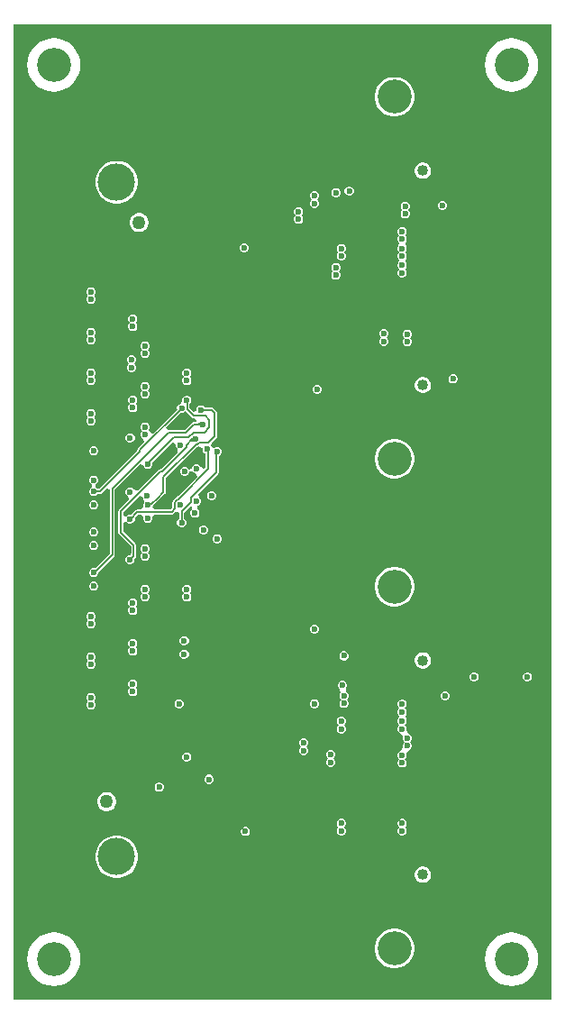
<source format=gbr>
%TF.GenerationSoftware,Altium Limited,Altium Designer,21.5.1 (32)*%
G04 Layer_Physical_Order=2*
G04 Layer_Color=5220458*
%FSLAX45Y45*%
%MOMM*%
%TF.SameCoordinates,51D5493F-A844-4614-94AE-4B196E198A34*%
%TF.FilePolarity,Positive*%
%TF.FileFunction,Copper,L2,Inr,Signal*%
%TF.Part,Single*%
G01*
G75*
%TA.AperFunction,Conductor*%
%ADD22C,0.20000*%
%TA.AperFunction,WasherPad*%
%ADD25C,3.50000*%
%TA.AperFunction,ComponentPad*%
%ADD26C,1.27000*%
%ADD27C,3.19989*%
%ADD28C,1.02006*%
%ADD29C,3.20000*%
%TA.AperFunction,ViaPad*%
%ADD30C,0.60000*%
G36*
X5079609Y20391D02*
X20391D01*
Y9179609D01*
X5079609D01*
Y20391D01*
D02*
G37*
%LPC*%
G36*
X4700000Y9051209D02*
X4650991Y9046382D01*
X4603866Y9032087D01*
X4560435Y9008873D01*
X4522368Y8977632D01*
X4491127Y8939565D01*
X4467913Y8896134D01*
X4453617Y8849008D01*
X4448790Y8800000D01*
X4453617Y8750991D01*
X4467913Y8703866D01*
X4491127Y8660435D01*
X4522368Y8622368D01*
X4560435Y8591127D01*
X4603866Y8567913D01*
X4650991Y8553617D01*
X4700000Y8548790D01*
X4749009Y8553617D01*
X4796134Y8567913D01*
X4839565Y8591127D01*
X4877632Y8622368D01*
X4908873Y8660435D01*
X4932087Y8703866D01*
X4946383Y8750991D01*
X4951210Y8800000D01*
X4946383Y8849008D01*
X4932087Y8896134D01*
X4908873Y8939565D01*
X4877632Y8977632D01*
X4839565Y9008873D01*
X4796134Y9032087D01*
X4749009Y9046382D01*
X4700000Y9051209D01*
D02*
G37*
G36*
X400000D02*
X350991Y9046382D01*
X303866Y9032087D01*
X260435Y9008873D01*
X222368Y8977632D01*
X191127Y8939565D01*
X167913Y8896134D01*
X153617Y8849008D01*
X148790Y8800000D01*
X153617Y8750991D01*
X167913Y8703866D01*
X191127Y8660435D01*
X222368Y8622368D01*
X260435Y8591127D01*
X303866Y8567913D01*
X350991Y8553617D01*
X400000Y8548790D01*
X449008Y8553617D01*
X496134Y8567913D01*
X539565Y8591127D01*
X577632Y8622368D01*
X608873Y8660435D01*
X632087Y8703866D01*
X646383Y8750991D01*
X651210Y8800000D01*
X646383Y8849008D01*
X632087Y8896134D01*
X608873Y8939565D01*
X577632Y8977632D01*
X539565Y9008873D01*
X496134Y9032087D01*
X449008Y9046382D01*
X400000Y9051209D01*
D02*
G37*
G36*
X3618220Y8684995D02*
X3581779D01*
X3546039Y8677885D01*
X3512372Y8663940D01*
X3482073Y8643695D01*
X3456305Y8617927D01*
X3436060Y8587628D01*
X3422115Y8553961D01*
X3415005Y8518220D01*
Y8481780D01*
X3422115Y8446039D01*
X3436060Y8412372D01*
X3456305Y8382073D01*
X3482073Y8356305D01*
X3512372Y8336060D01*
X3546039Y8322115D01*
X3581779Y8315005D01*
X3618220D01*
X3653961Y8322115D01*
X3687628Y8336060D01*
X3717927Y8356305D01*
X3743695Y8382073D01*
X3763940Y8412372D01*
X3777885Y8446039D01*
X3784994Y8481780D01*
Y8518220D01*
X3777885Y8553961D01*
X3763940Y8587628D01*
X3743695Y8617927D01*
X3717927Y8643695D01*
X3687628Y8663940D01*
X3653961Y8677885D01*
X3618220Y8684995D01*
D02*
G37*
G36*
X3876503Y7882504D02*
X3856491D01*
X3837160Y7877324D01*
X3819830Y7867318D01*
X3805679Y7853167D01*
X3795673Y7835837D01*
X3790494Y7816507D01*
Y7796494D01*
X3795673Y7777164D01*
X3805679Y7759834D01*
X3819830Y7745683D01*
X3837160Y7735677D01*
X3856491Y7730497D01*
X3876503D01*
X3895833Y7735677D01*
X3913164Y7745683D01*
X3927314Y7759834D01*
X3937320Y7777164D01*
X3942500Y7796494D01*
Y7816507D01*
X3937320Y7835837D01*
X3927314Y7853167D01*
X3913164Y7867318D01*
X3895833Y7877324D01*
X3876503Y7882504D01*
D02*
G37*
G36*
X3183501Y7658548D02*
X3166514D01*
X3150820Y7652047D01*
X3138808Y7640035D01*
X3132307Y7624341D01*
Y7607354D01*
X3138808Y7591660D01*
X3150820Y7579649D01*
X3166514Y7573148D01*
X3183501D01*
X3199195Y7579649D01*
X3211206Y7591660D01*
X3217707Y7607354D01*
Y7624341D01*
X3211206Y7640035D01*
X3199195Y7652047D01*
X3183501Y7658548D01*
D02*
G37*
G36*
X3058494Y7642700D02*
X3041506D01*
X3025813Y7636199D01*
X3013801Y7624187D01*
X3007300Y7608494D01*
Y7591507D01*
X3013801Y7575813D01*
X3025813Y7563801D01*
X3041506Y7557300D01*
X3058494D01*
X3074187Y7563801D01*
X3086199Y7575813D01*
X3092700Y7591507D01*
Y7608494D01*
X3086199Y7624187D01*
X3074187Y7636199D01*
X3058494Y7642700D01*
D02*
G37*
G36*
X1009698Y7898000D02*
X970302D01*
X931662Y7890314D01*
X895265Y7875238D01*
X862508Y7853350D01*
X834650Y7825493D01*
X812762Y7792735D01*
X797686Y7756338D01*
X790000Y7717698D01*
Y7678302D01*
X797686Y7639662D01*
X812762Y7603265D01*
X834650Y7570508D01*
X862508Y7542650D01*
X895265Y7520762D01*
X931662Y7505686D01*
X970302Y7498000D01*
X1009698D01*
X1048338Y7505686D01*
X1084735Y7520762D01*
X1117493Y7542650D01*
X1145350Y7570508D01*
X1167238Y7603265D01*
X1182314Y7639662D01*
X1190000Y7678302D01*
Y7717698D01*
X1182314Y7756338D01*
X1167238Y7792735D01*
X1145350Y7825493D01*
X1117493Y7853350D01*
X1084735Y7875238D01*
X1048338Y7890314D01*
X1009698Y7898000D01*
D02*
G37*
G36*
X2858493Y7615400D02*
X2841506D01*
X2825812Y7608899D01*
X2813801Y7596887D01*
X2807300Y7581193D01*
Y7564206D01*
X2813801Y7548512D01*
X2825665Y7536350D01*
X2813801Y7524187D01*
X2807300Y7508493D01*
Y7491506D01*
X2813801Y7475813D01*
X2825812Y7463801D01*
X2841506Y7457300D01*
X2858493D01*
X2874187Y7463801D01*
X2886199Y7475813D01*
X2892700Y7491506D01*
Y7508493D01*
X2886199Y7524187D01*
X2874335Y7536350D01*
X2886199Y7548513D01*
X2892700Y7564206D01*
Y7581193D01*
X2886199Y7596887D01*
X2874187Y7608899D01*
X2858493Y7615400D01*
D02*
G37*
G36*
X4059043Y7522709D02*
X4042056D01*
X4026363Y7516208D01*
X4014351Y7504196D01*
X4007850Y7488502D01*
Y7471515D01*
X4014351Y7455822D01*
X4026363Y7443810D01*
X4042056Y7437309D01*
X4059043D01*
X4074737Y7443810D01*
X4086749Y7455822D01*
X4093250Y7471515D01*
Y7488502D01*
X4086749Y7504196D01*
X4074737Y7516208D01*
X4059043Y7522709D01*
D02*
G37*
G36*
X3708493Y7515400D02*
X3691506D01*
X3675813Y7508899D01*
X3663801Y7496887D01*
X3657300Y7481193D01*
Y7464206D01*
X3663801Y7448512D01*
X3675665Y7436350D01*
X3663801Y7424187D01*
X3657300Y7408493D01*
Y7391506D01*
X3663801Y7375813D01*
X3675813Y7363801D01*
X3691506Y7357300D01*
X3708493D01*
X3724187Y7363801D01*
X3736199Y7375813D01*
X3742700Y7391506D01*
Y7408493D01*
X3736199Y7424187D01*
X3724335Y7436350D01*
X3736199Y7448513D01*
X3742700Y7464206D01*
Y7481193D01*
X3736199Y7496887D01*
X3724187Y7508899D01*
X3708493Y7515400D01*
D02*
G37*
G36*
X2708493Y7465400D02*
X2691506D01*
X2675813Y7458899D01*
X2663801Y7446887D01*
X2657300Y7431193D01*
Y7414206D01*
X2663801Y7398513D01*
X2675665Y7386350D01*
X2663801Y7374187D01*
X2657300Y7358494D01*
Y7341507D01*
X2663801Y7325813D01*
X2675813Y7313801D01*
X2691506Y7307300D01*
X2708493D01*
X2724187Y7313801D01*
X2736199Y7325813D01*
X2742700Y7341507D01*
Y7358494D01*
X2736199Y7374187D01*
X2724335Y7386350D01*
X2736199Y7398513D01*
X2742700Y7414206D01*
Y7431193D01*
X2736199Y7446887D01*
X2724187Y7458899D01*
X2708493Y7465400D01*
D02*
G37*
G36*
X1211651Y7407570D02*
X1188349D01*
X1165840Y7401539D01*
X1145660Y7389888D01*
X1129182Y7373410D01*
X1117531Y7353230D01*
X1111500Y7330721D01*
Y7307419D01*
X1117531Y7284910D01*
X1129182Y7264730D01*
X1145660Y7248252D01*
X1165840Y7236601D01*
X1188349Y7230570D01*
X1211651D01*
X1234160Y7236601D01*
X1254340Y7248252D01*
X1270818Y7264730D01*
X1282469Y7284910D01*
X1288500Y7307419D01*
Y7330721D01*
X1282469Y7353230D01*
X1270818Y7373410D01*
X1254340Y7389888D01*
X1234160Y7401539D01*
X1211651Y7407570D01*
D02*
G37*
G36*
X2198493Y7122700D02*
X2181506D01*
X2165813Y7116199D01*
X2153801Y7104187D01*
X2147300Y7088494D01*
Y7071507D01*
X2153801Y7055813D01*
X2165813Y7043801D01*
X2181506Y7037300D01*
X2198493D01*
X2214187Y7043801D01*
X2226199Y7055813D01*
X2232700Y7071507D01*
Y7088494D01*
X2226199Y7104187D01*
X2214187Y7116199D01*
X2198493Y7122700D01*
D02*
G37*
G36*
X3108493Y7119055D02*
X3091506D01*
X3075812Y7112554D01*
X3063801Y7100542D01*
X3057300Y7084848D01*
Y7067861D01*
X3063801Y7052167D01*
X3075665Y7040005D01*
X3063801Y7027842D01*
X3057300Y7012148D01*
Y6995161D01*
X3063801Y6979467D01*
X3075812Y6967456D01*
X3091506Y6960955D01*
X3108493D01*
X3124187Y6967456D01*
X3136199Y6979467D01*
X3142700Y6995161D01*
Y7012148D01*
X3136199Y7027842D01*
X3124335Y7040005D01*
X3136199Y7052168D01*
X3142700Y7067861D01*
Y7084848D01*
X3136199Y7100542D01*
X3124187Y7112554D01*
X3108493Y7119055D01*
D02*
G37*
G36*
X3681517Y7279049D02*
X3664530D01*
X3648836Y7272548D01*
X3636825Y7260537D01*
X3630324Y7244843D01*
Y7227856D01*
X3636825Y7212162D01*
X3648689Y7199999D01*
X3636825Y7187837D01*
X3630324Y7172143D01*
Y7155156D01*
X3636744Y7139658D01*
X3636825Y7139462D01*
X3645511Y7120002D01*
X3636825Y7100542D01*
X3636744Y7100346D01*
X3630324Y7084848D01*
Y7067861D01*
X3636825Y7052167D01*
X3648689Y7040005D01*
X3636825Y7027842D01*
X3630324Y7012148D01*
Y6995161D01*
X3636751Y6979646D01*
X3636825Y6979467D01*
X3645509Y6959995D01*
X3636825Y6940522D01*
X3636751Y6940344D01*
X3630324Y6924828D01*
Y6907841D01*
X3636825Y6892147D01*
X3648689Y6879985D01*
X3636825Y6867822D01*
X3630324Y6852128D01*
Y6835141D01*
X3636825Y6819447D01*
X3648836Y6807436D01*
X3664530Y6800935D01*
X3681517D01*
X3697211Y6807436D01*
X3709223Y6819447D01*
X3715724Y6835141D01*
Y6852128D01*
X3709223Y6867822D01*
X3697359Y6879985D01*
X3709223Y6892148D01*
X3715724Y6907841D01*
Y6924828D01*
X3709297Y6940344D01*
X3709223Y6940522D01*
X3700539Y6959995D01*
X3709223Y6979467D01*
X3709297Y6979645D01*
X3715724Y6995161D01*
Y7012148D01*
X3709223Y7027842D01*
X3697359Y7040005D01*
X3709223Y7052168D01*
X3715724Y7067861D01*
Y7084848D01*
X3709304Y7100346D01*
X3709223Y7100542D01*
X3700536Y7120002D01*
X3709223Y7139462D01*
X3709304Y7139658D01*
X3715724Y7155156D01*
Y7172143D01*
X3709223Y7187837D01*
X3697359Y7199999D01*
X3709223Y7212162D01*
X3715724Y7227856D01*
Y7244843D01*
X3709223Y7260537D01*
X3697211Y7272548D01*
X3681517Y7279049D01*
D02*
G37*
G36*
X3058494Y6940400D02*
X3041506D01*
X3025813Y6933899D01*
X3013801Y6921887D01*
X3007300Y6906193D01*
Y6889206D01*
X3013801Y6873513D01*
X3025665Y6861350D01*
X3013801Y6849187D01*
X3007300Y6833494D01*
Y6816507D01*
X3013801Y6800813D01*
X3025813Y6788801D01*
X3041506Y6782300D01*
X3058494D01*
X3074187Y6788801D01*
X3086199Y6800813D01*
X3092700Y6816507D01*
Y6833494D01*
X3086199Y6849187D01*
X3074335Y6861350D01*
X3086199Y6873513D01*
X3092700Y6889206D01*
Y6906193D01*
X3086199Y6921887D01*
X3074187Y6933899D01*
X3058494Y6940400D01*
D02*
G37*
G36*
X758494Y6711050D02*
X741507D01*
X725813Y6704549D01*
X713801Y6692537D01*
X707300Y6676843D01*
Y6659856D01*
X713801Y6644162D01*
Y6619837D01*
X707300Y6604144D01*
Y6587156D01*
X713801Y6571463D01*
X725813Y6559451D01*
X741507Y6552950D01*
X758494D01*
X774187Y6559451D01*
X786199Y6571463D01*
X792700Y6587156D01*
Y6604144D01*
X786199Y6619837D01*
Y6644162D01*
X792700Y6659856D01*
Y6676843D01*
X786199Y6692537D01*
X774187Y6704549D01*
X758494Y6711050D01*
D02*
G37*
G36*
X1150493Y6457050D02*
X1133506D01*
X1117812Y6450549D01*
X1105801Y6438537D01*
X1099300Y6422843D01*
Y6405856D01*
X1105801Y6390162D01*
X1117665Y6378000D01*
X1105800Y6365837D01*
X1099300Y6350144D01*
Y6333156D01*
X1105801Y6317463D01*
X1117812Y6305451D01*
X1133506Y6298950D01*
X1150493D01*
X1166187Y6305451D01*
X1178199Y6317463D01*
X1184700Y6333156D01*
Y6350144D01*
X1178199Y6365837D01*
X1166335Y6378000D01*
X1178199Y6390163D01*
X1184700Y6405856D01*
Y6422843D01*
X1178199Y6438537D01*
X1166187Y6450549D01*
X1150493Y6457050D01*
D02*
G37*
G36*
X758494Y6330050D02*
X741507D01*
X725813Y6323549D01*
X713801Y6311537D01*
X707300Y6295843D01*
Y6278856D01*
X713801Y6263162D01*
Y6238837D01*
X707300Y6223144D01*
Y6206156D01*
X713801Y6190463D01*
X725813Y6178451D01*
X741507Y6171950D01*
X758494D01*
X774187Y6178451D01*
X786199Y6190463D01*
X792700Y6206156D01*
Y6223144D01*
X786199Y6238837D01*
Y6263162D01*
X792700Y6278856D01*
Y6295843D01*
X786199Y6311537D01*
X774187Y6323549D01*
X758494Y6330050D01*
D02*
G37*
G36*
X3508494Y6319056D02*
X3491507D01*
X3475813Y6312555D01*
X3463801Y6300544D01*
X3457300Y6284850D01*
Y6267863D01*
X3463801Y6252169D01*
X3475665Y6240006D01*
X3463801Y6227844D01*
X3457300Y6212150D01*
Y6195163D01*
X3463801Y6179469D01*
X3475813Y6167457D01*
X3491507Y6160956D01*
X3508494D01*
X3524188Y6167457D01*
X3536199Y6179469D01*
X3542700Y6195163D01*
Y6212150D01*
X3536199Y6227844D01*
X3524335Y6240006D01*
X3536199Y6252169D01*
X3542700Y6267863D01*
Y6284850D01*
X3536199Y6300544D01*
X3524188Y6312555D01*
X3508494Y6319056D01*
D02*
G37*
G36*
X3728277Y6313343D02*
X3711290D01*
X3695596Y6306842D01*
X3683584Y6294831D01*
X3677084Y6279137D01*
Y6262150D01*
X3683584Y6246456D01*
X3695449Y6234293D01*
X3683584Y6222131D01*
X3677084Y6206437D01*
Y6189450D01*
X3683584Y6173756D01*
X3695596Y6161744D01*
X3711290Y6155243D01*
X3728277D01*
X3743971Y6161744D01*
X3755983Y6173756D01*
X3762483Y6189450D01*
Y6206437D01*
X3755983Y6222131D01*
X3744118Y6234293D01*
X3755983Y6246456D01*
X3762483Y6262150D01*
Y6279137D01*
X3755983Y6294831D01*
X3743971Y6306842D01*
X3728277Y6313343D01*
D02*
G37*
G36*
X1266494Y6203050D02*
X1249507D01*
X1233813Y6196549D01*
X1221801Y6184537D01*
X1215300Y6168843D01*
Y6151856D01*
X1221801Y6136162D01*
X1233665Y6124000D01*
X1221801Y6111837D01*
X1215300Y6096144D01*
Y6079156D01*
X1221801Y6063463D01*
X1233813Y6051451D01*
X1249507Y6044950D01*
X1266494D01*
X1282187Y6051451D01*
X1294199Y6063463D01*
X1300700Y6079156D01*
Y6096144D01*
X1294199Y6111837D01*
X1282335Y6124000D01*
X1294199Y6136163D01*
X1300700Y6151856D01*
Y6168843D01*
X1294199Y6184537D01*
X1282187Y6196549D01*
X1266494Y6203050D01*
D02*
G37*
G36*
X1138494Y6072700D02*
X1121507D01*
X1105813Y6066199D01*
X1093801Y6054187D01*
X1087300Y6038493D01*
Y6021506D01*
X1093801Y6005812D01*
X1105665Y5993650D01*
X1093801Y5981487D01*
X1087300Y5965794D01*
Y5948806D01*
X1093801Y5933113D01*
X1105813Y5921101D01*
X1121507Y5914600D01*
X1138494D01*
X1154187Y5921101D01*
X1166199Y5933113D01*
X1172700Y5948806D01*
Y5965794D01*
X1166199Y5981487D01*
X1154335Y5993650D01*
X1166199Y6005813D01*
X1172700Y6021506D01*
Y6038493D01*
X1166199Y6054187D01*
X1154187Y6066199D01*
X1138494Y6072700D01*
D02*
G37*
G36*
X4158494Y5892700D02*
X4141507D01*
X4125813Y5886199D01*
X4113801Y5874187D01*
X4107300Y5858493D01*
Y5841506D01*
X4113801Y5825813D01*
X4125813Y5813801D01*
X4141507Y5807300D01*
X4158494D01*
X4174187Y5813801D01*
X4186199Y5825813D01*
X4192700Y5841506D01*
Y5858493D01*
X4186199Y5874187D01*
X4174187Y5886199D01*
X4158494Y5892700D01*
D02*
G37*
G36*
X1658493Y5949050D02*
X1641506D01*
X1625812Y5942549D01*
X1613801Y5930537D01*
X1607300Y5914843D01*
Y5897856D01*
X1613801Y5882162D01*
X1625665Y5870000D01*
X1613800Y5857837D01*
X1607300Y5842144D01*
Y5825156D01*
X1613801Y5809463D01*
X1625812Y5797451D01*
X1641506Y5790950D01*
X1658493D01*
X1674187Y5797451D01*
X1686199Y5809463D01*
X1692700Y5825156D01*
Y5842144D01*
X1686199Y5857837D01*
X1674335Y5870000D01*
X1686199Y5882163D01*
X1692700Y5897856D01*
Y5914843D01*
X1686199Y5930537D01*
X1674187Y5942549D01*
X1658493Y5949050D01*
D02*
G37*
G36*
X758494D02*
X741507D01*
X725813Y5942549D01*
X713801Y5930537D01*
X707300Y5914843D01*
Y5897856D01*
X713801Y5882162D01*
Y5857837D01*
X707300Y5842144D01*
Y5825156D01*
X713801Y5809463D01*
X725813Y5797451D01*
X741507Y5790950D01*
X758494D01*
X774187Y5797451D01*
X786199Y5809463D01*
X792700Y5825156D01*
Y5842144D01*
X786199Y5857837D01*
Y5882162D01*
X792700Y5897856D01*
Y5914843D01*
X786199Y5930537D01*
X774187Y5942549D01*
X758494Y5949050D01*
D02*
G37*
G36*
X3876503Y5869503D02*
X3856491D01*
X3837160Y5864323D01*
X3819830Y5854317D01*
X3805679Y5840167D01*
X3795673Y5822836D01*
X3790494Y5803506D01*
Y5783494D01*
X3795673Y5764163D01*
X3805679Y5746833D01*
X3819830Y5732682D01*
X3837160Y5722676D01*
X3856491Y5717497D01*
X3876503D01*
X3895833Y5722676D01*
X3913164Y5732682D01*
X3927314Y5746833D01*
X3937320Y5764163D01*
X3942500Y5783494D01*
Y5803506D01*
X3937320Y5822836D01*
X3927314Y5840167D01*
X3913164Y5854317D01*
X3895833Y5864323D01*
X3876503Y5869503D01*
D02*
G37*
G36*
X2883494Y5792700D02*
X2866507D01*
X2850813Y5786199D01*
X2838801Y5774187D01*
X2832300Y5758493D01*
Y5741506D01*
X2838801Y5725813D01*
X2850813Y5713801D01*
X2866507Y5707300D01*
X2883494D01*
X2899187Y5713801D01*
X2911199Y5725813D01*
X2917700Y5741506D01*
Y5758493D01*
X2911199Y5774187D01*
X2899187Y5786199D01*
X2883494Y5792700D01*
D02*
G37*
G36*
X1266494Y5822050D02*
X1249507D01*
X1233813Y5815549D01*
X1221801Y5803537D01*
X1215300Y5787843D01*
Y5770856D01*
X1221801Y5755162D01*
X1233665Y5743000D01*
X1221801Y5730837D01*
X1215300Y5715144D01*
Y5698156D01*
X1221801Y5682463D01*
X1233813Y5670451D01*
X1249507Y5663950D01*
X1266494D01*
X1282187Y5670451D01*
X1294199Y5682463D01*
X1300700Y5698156D01*
Y5715144D01*
X1294199Y5730837D01*
X1282335Y5743000D01*
X1294199Y5755163D01*
X1300700Y5770856D01*
Y5787843D01*
X1294199Y5803537D01*
X1282187Y5815549D01*
X1266494Y5822050D01*
D02*
G37*
G36*
X1150493Y5695050D02*
X1133506D01*
X1117812Y5688549D01*
X1105801Y5676537D01*
X1099300Y5660843D01*
Y5643856D01*
X1105801Y5628162D01*
X1117665Y5616000D01*
X1105800Y5603837D01*
X1099300Y5588144D01*
Y5571156D01*
X1105801Y5555463D01*
X1117812Y5543451D01*
X1133506Y5536950D01*
X1150493D01*
X1166187Y5543451D01*
X1178199Y5555463D01*
X1184700Y5571156D01*
Y5588144D01*
X1178199Y5603837D01*
X1166335Y5616000D01*
X1178199Y5628163D01*
X1184700Y5643856D01*
Y5660843D01*
X1178199Y5676537D01*
X1166187Y5688549D01*
X1150493Y5695050D01*
D02*
G37*
G36*
X758494Y5568050D02*
X741507D01*
X725813Y5561549D01*
X713801Y5549537D01*
X707300Y5533843D01*
Y5516856D01*
X713801Y5501162D01*
Y5476837D01*
X707300Y5461144D01*
Y5444156D01*
X713801Y5428463D01*
X725813Y5416451D01*
X741507Y5409950D01*
X758494D01*
X774187Y5416451D01*
X786199Y5428463D01*
X792700Y5444156D01*
Y5461144D01*
X786199Y5476837D01*
Y5501162D01*
X792700Y5516856D01*
Y5533843D01*
X786199Y5549537D01*
X774187Y5561549D01*
X758494Y5568050D01*
D02*
G37*
G36*
X1658494Y5692700D02*
X1641506D01*
X1625813Y5686199D01*
X1613801Y5674187D01*
X1607300Y5658493D01*
Y5641507D01*
X1591506Y5617700D01*
X1575813Y5611199D01*
X1563801Y5599187D01*
X1557300Y5583494D01*
Y5566507D01*
X1557732Y5565464D01*
X1333383Y5341115D01*
X1303823Y5347747D01*
X1293652Y5373602D01*
X1294199Y5374163D01*
X1300700Y5389856D01*
Y5406843D01*
X1294199Y5422537D01*
X1282187Y5434549D01*
X1266494Y5441050D01*
X1249507D01*
X1233813Y5434549D01*
X1221801Y5422537D01*
X1215300Y5406843D01*
Y5389856D01*
X1221801Y5374162D01*
X1233665Y5362000D01*
X1221801Y5349837D01*
X1215300Y5334144D01*
Y5317156D01*
X1221801Y5301463D01*
X1233813Y5289451D01*
X1237688Y5287846D01*
X1246821Y5257496D01*
X1246475Y5254206D01*
X1190322Y5198054D01*
X1185305Y5190545D01*
X1183543Y5181688D01*
Y5175246D01*
X826442Y4818145D01*
X809242D01*
X799187Y4828199D01*
X795409Y4829764D01*
Y4862236D01*
X799187Y4863801D01*
X811199Y4875813D01*
X817700Y4891507D01*
Y4908494D01*
X811199Y4924188D01*
X799187Y4936199D01*
X783493Y4942700D01*
X766506D01*
X750813Y4936199D01*
X738801Y4924188D01*
X732300Y4908494D01*
Y4891507D01*
X738801Y4875813D01*
X750813Y4863801D01*
X754591Y4862236D01*
Y4829764D01*
X750813Y4828199D01*
X738801Y4816187D01*
X732300Y4800494D01*
Y4783507D01*
X738801Y4767813D01*
X750813Y4755801D01*
X766506Y4749300D01*
X783493D01*
X799187Y4755801D01*
X811199Y4767813D01*
X812873Y4771855D01*
X836029D01*
X844886Y4773617D01*
X852395Y4778634D01*
X897793Y4824033D01*
X902724Y4823349D01*
X926855Y4810668D01*
Y4209587D01*
X788072Y4070803D01*
X783493Y4072700D01*
X766506D01*
X750813Y4066199D01*
X738801Y4054187D01*
X732300Y4038494D01*
Y4021507D01*
X738801Y4005813D01*
X750813Y3993801D01*
X766506Y3987300D01*
X783493D01*
X799187Y3993801D01*
X811199Y4005813D01*
X817700Y4021507D01*
Y4034969D01*
X966366Y4183634D01*
X971383Y4191143D01*
X973145Y4200000D01*
Y4810413D01*
X1210300Y5047569D01*
X1240300Y5037506D01*
X1246801Y5021813D01*
X1258813Y5009801D01*
X1274506Y5003300D01*
X1291493D01*
X1307187Y5009801D01*
X1319199Y5021813D01*
X1325700Y5037507D01*
Y5054494D01*
X1321753Y5064022D01*
X1515312Y5257581D01*
X1522070Y5255977D01*
X1547300Y5238493D01*
Y5221506D01*
X1553801Y5205813D01*
X1565812Y5193801D01*
X1563913Y5162116D01*
X1406115Y5004318D01*
X1399922D01*
X1391065Y5002556D01*
X1383556Y4997539D01*
X1187576Y4801559D01*
X1184713Y4801227D01*
X1153937Y4810345D01*
X1152449Y4813937D01*
X1140437Y4825949D01*
X1124743Y4832450D01*
X1107756D01*
X1092062Y4825949D01*
X1080051Y4813937D01*
X1073550Y4798243D01*
Y4781256D01*
X1080051Y4765562D01*
X1092062Y4753551D01*
X1095654Y4752063D01*
X1104772Y4721287D01*
X1104441Y4718423D01*
X1013397Y4627379D01*
X1008379Y4619871D01*
X1006618Y4611013D01*
Y4409500D01*
X1008379Y4400643D01*
X1013397Y4393134D01*
X1126855Y4279676D01*
Y4225166D01*
X1124743Y4197450D01*
X1107756D01*
X1092062Y4190949D01*
X1080051Y4178937D01*
X1073550Y4163243D01*
Y4146256D01*
X1080051Y4130562D01*
X1092062Y4118551D01*
X1107756Y4112050D01*
X1124743D01*
X1140437Y4118551D01*
X1152449Y4130562D01*
X1158950Y4146256D01*
Y4163243D01*
X1158518Y4164286D01*
X1166366Y4172134D01*
X1171383Y4179643D01*
X1173145Y4188500D01*
Y4289262D01*
X1171383Y4298120D01*
X1166366Y4305628D01*
X1052907Y4419087D01*
Y4499760D01*
X1073003Y4507723D01*
X1082907Y4508706D01*
X1092812Y4498801D01*
X1108506Y4492300D01*
X1125493D01*
X1141187Y4498801D01*
X1153199Y4510812D01*
X1159700Y4526506D01*
Y4543493D01*
X1159268Y4544536D01*
X1191587Y4576855D01*
X1222272D01*
X1240450Y4546855D01*
X1240300Y4546494D01*
Y4529507D01*
X1246801Y4513813D01*
X1258813Y4501801D01*
X1274506Y4495300D01*
X1291493D01*
X1307187Y4501801D01*
X1319199Y4513813D01*
X1325700Y4529507D01*
Y4546494D01*
X1325550Y4546855D01*
X1343728Y4576855D01*
X1464643D01*
X1464644Y4576855D01*
X1507205D01*
X1516062Y4578617D01*
X1523571Y4583634D01*
X1547879Y4607941D01*
X1573377Y4598565D01*
X1576855Y4595889D01*
Y4536631D01*
X1575813Y4536199D01*
X1563801Y4524187D01*
X1557300Y4508493D01*
Y4491506D01*
X1563801Y4475812D01*
X1575813Y4463801D01*
X1591507Y4457300D01*
X1608494D01*
X1624188Y4463801D01*
X1636199Y4475812D01*
X1642700Y4491506D01*
Y4508493D01*
X1636199Y4524187D01*
X1624188Y4536199D01*
X1623145Y4536631D01*
Y4595884D01*
X1688299Y4661038D01*
X1697005Y4657093D01*
X1699071Y4640336D01*
X1698221Y4623607D01*
X1688801Y4614187D01*
X1682300Y4598493D01*
Y4581506D01*
X1688801Y4565812D01*
X1700813Y4553800D01*
X1716507Y4547300D01*
X1733494D01*
X1749188Y4553800D01*
X1761199Y4565812D01*
X1767700Y4581506D01*
Y4598493D01*
X1761199Y4614187D01*
X1749188Y4626199D01*
X1746529Y4627300D01*
X1748070Y4650826D01*
X1750495Y4658129D01*
X1764187Y4663801D01*
X1776199Y4675813D01*
X1782700Y4691506D01*
Y4708494D01*
X1776199Y4724187D01*
X1764187Y4736199D01*
X1762186Y4737028D01*
X1753274Y4769951D01*
X1753399Y4770668D01*
X1941366Y4958634D01*
X1946383Y4966143D01*
X1948145Y4975000D01*
Y5125687D01*
X1958196Y5129851D01*
X1970208Y5141863D01*
X1976709Y5157557D01*
Y5174544D01*
X1970208Y5190238D01*
X1958196Y5202249D01*
X1942503Y5208750D01*
X1925516D01*
X1909822Y5202249D01*
X1909045Y5201472D01*
X1881613Y5207774D01*
X1871402Y5236679D01*
X1879581Y5246850D01*
X1926366Y5293634D01*
X1931383Y5301143D01*
X1933145Y5310000D01*
Y5531033D01*
X1931383Y5539890D01*
X1926366Y5547399D01*
X1897399Y5576366D01*
X1889890Y5581383D01*
X1881033Y5583145D01*
X1816631D01*
X1816199Y5584187D01*
X1804187Y5596199D01*
X1788494Y5602700D01*
X1771506D01*
X1755813Y5596199D01*
X1743801Y5584187D01*
X1737300Y5568494D01*
Y5553161D01*
X1732740Y5549078D01*
X1710697Y5537337D01*
X1675845Y5572190D01*
Y5615458D01*
X1686199Y5625812D01*
X1692700Y5641506D01*
Y5658493D01*
X1686199Y5674187D01*
X1674187Y5686199D01*
X1658494Y5692700D01*
D02*
G37*
G36*
X1125493Y5339700D02*
X1108506D01*
X1092812Y5333199D01*
X1080801Y5321187D01*
X1074300Y5305493D01*
Y5288506D01*
X1080801Y5272812D01*
X1092812Y5260801D01*
X1108506Y5254300D01*
X1125493D01*
X1141187Y5260801D01*
X1153199Y5272812D01*
X1159700Y5288506D01*
Y5305493D01*
X1153199Y5321187D01*
X1141187Y5333199D01*
X1125493Y5339700D01*
D02*
G37*
G36*
X783493Y5215700D02*
X766506D01*
X750813Y5209199D01*
X738801Y5197187D01*
X732300Y5181494D01*
Y5164507D01*
X738801Y5148813D01*
X750813Y5136801D01*
X766506Y5130300D01*
X783493D01*
X799187Y5136801D01*
X811199Y5148813D01*
X817700Y5164507D01*
Y5181494D01*
X811199Y5197187D01*
X799187Y5209199D01*
X783493Y5215700D01*
D02*
G37*
G36*
X3618220Y5284995D02*
X3581779D01*
X3546039Y5277886D01*
X3512372Y5263940D01*
X3482073Y5243695D01*
X3456305Y5217927D01*
X3436060Y5187628D01*
X3422115Y5153961D01*
X3415005Y5118221D01*
Y5081780D01*
X3422115Y5046039D01*
X3436060Y5012373D01*
X3456305Y4982073D01*
X3482073Y4956306D01*
X3512372Y4936060D01*
X3546039Y4922115D01*
X3581779Y4915006D01*
X3618220D01*
X3653961Y4922115D01*
X3687628Y4936060D01*
X3717927Y4956306D01*
X3743695Y4982073D01*
X3763940Y5012373D01*
X3777885Y5046039D01*
X3784994Y5081780D01*
Y5118221D01*
X3777885Y5153961D01*
X3763940Y5187628D01*
X3743695Y5217927D01*
X3717927Y5243695D01*
X3687628Y5263940D01*
X3653961Y5277886D01*
X3618220Y5284995D01*
D02*
G37*
G36*
X1889803Y4793798D02*
X1872816D01*
X1857122Y4787297D01*
X1845110Y4775286D01*
X1838609Y4759592D01*
Y4742605D01*
X1845110Y4726911D01*
X1857122Y4714899D01*
X1872816Y4708398D01*
X1889803D01*
X1905497Y4714899D01*
X1917508Y4726911D01*
X1924009Y4742605D01*
Y4759592D01*
X1917508Y4775286D01*
X1905497Y4787297D01*
X1889803Y4793798D01*
D02*
G37*
G36*
X783493Y4707700D02*
X766506D01*
X750813Y4701199D01*
X738801Y4689187D01*
X732300Y4673494D01*
Y4656507D01*
X738801Y4640813D01*
X750813Y4628801D01*
X766506Y4622300D01*
X783493D01*
X799187Y4628801D01*
X811199Y4640813D01*
X817700Y4656507D01*
Y4673494D01*
X811199Y4689187D01*
X799187Y4701199D01*
X783493Y4707700D01*
D02*
G37*
G36*
X1813477Y4472700D02*
X1796490D01*
X1780796Y4466199D01*
X1768784Y4454187D01*
X1762283Y4438493D01*
Y4421506D01*
X1768784Y4405812D01*
X1780796Y4393801D01*
X1796490Y4387300D01*
X1813477D01*
X1829171Y4393801D01*
X1841182Y4405812D01*
X1847683Y4421506D01*
Y4438493D01*
X1841182Y4454187D01*
X1829171Y4466199D01*
X1813477Y4472700D01*
D02*
G37*
G36*
X783493Y4453700D02*
X766506D01*
X750813Y4447199D01*
X738801Y4435187D01*
X732300Y4419494D01*
Y4402507D01*
X738801Y4386813D01*
X750813Y4374801D01*
X766506Y4368300D01*
X783493D01*
X799187Y4374801D01*
X811199Y4386813D01*
X817700Y4402507D01*
Y4419494D01*
X811199Y4435187D01*
X799187Y4447199D01*
X783493Y4453700D01*
D02*
G37*
G36*
X1942503Y4391296D02*
X1925516D01*
X1909822Y4384795D01*
X1897810Y4372784D01*
X1891309Y4357090D01*
Y4340103D01*
X1897810Y4324409D01*
X1909822Y4312397D01*
X1925516Y4305896D01*
X1942503D01*
X1958196Y4312397D01*
X1970208Y4324409D01*
X1976709Y4340103D01*
Y4357090D01*
X1970208Y4372784D01*
X1958196Y4384795D01*
X1942503Y4391296D01*
D02*
G37*
G36*
X783493Y4326700D02*
X766506D01*
X750813Y4320199D01*
X738801Y4308187D01*
X732300Y4292494D01*
Y4275507D01*
X738801Y4259813D01*
X750813Y4247801D01*
X766506Y4241300D01*
X783493D01*
X799187Y4247801D01*
X811199Y4259813D01*
X817700Y4275507D01*
Y4292494D01*
X811199Y4308187D01*
X799187Y4320199D01*
X783493Y4326700D01*
D02*
G37*
G36*
X1266494Y4298050D02*
X1249507D01*
X1233813Y4291549D01*
X1221801Y4279537D01*
X1215300Y4263843D01*
Y4246856D01*
X1221801Y4231162D01*
X1233665Y4219000D01*
X1221801Y4206837D01*
X1215300Y4191144D01*
Y4174156D01*
X1221801Y4158463D01*
X1233813Y4146451D01*
X1249507Y4139950D01*
X1266494D01*
X1282187Y4146451D01*
X1294199Y4158463D01*
X1300700Y4174156D01*
Y4191144D01*
X1294199Y4206837D01*
X1282335Y4219000D01*
X1294199Y4231163D01*
X1300700Y4246856D01*
Y4263843D01*
X1294199Y4279537D01*
X1282187Y4291549D01*
X1266494Y4298050D01*
D02*
G37*
G36*
X783493Y3945700D02*
X766506D01*
X750813Y3939199D01*
X738801Y3927187D01*
X732300Y3911494D01*
Y3894507D01*
X738801Y3878813D01*
X750813Y3866801D01*
X766506Y3860300D01*
X783493D01*
X799187Y3866801D01*
X811199Y3878813D01*
X817700Y3894507D01*
Y3911494D01*
X811199Y3927187D01*
X799187Y3939199D01*
X783493Y3945700D01*
D02*
G37*
G36*
X1658493Y3917050D02*
X1641506D01*
X1625812Y3910549D01*
X1613801Y3898537D01*
X1607300Y3882843D01*
Y3865856D01*
X1613801Y3850162D01*
X1625665Y3838000D01*
X1613800Y3825837D01*
X1607300Y3810144D01*
Y3793156D01*
X1613801Y3777463D01*
X1625812Y3765451D01*
X1641506Y3758950D01*
X1658493D01*
X1674187Y3765451D01*
X1686199Y3777463D01*
X1692700Y3793156D01*
Y3810144D01*
X1686199Y3825837D01*
X1674335Y3838000D01*
X1686199Y3850163D01*
X1692700Y3865856D01*
Y3882843D01*
X1686199Y3898537D01*
X1674187Y3910549D01*
X1658493Y3917050D01*
D02*
G37*
G36*
X1266494D02*
X1249507D01*
X1233813Y3910549D01*
X1221801Y3898537D01*
X1215300Y3882843D01*
Y3865856D01*
X1221801Y3850162D01*
X1233665Y3838000D01*
X1221801Y3825837D01*
X1215300Y3810144D01*
Y3793156D01*
X1221801Y3777463D01*
X1233813Y3765451D01*
X1249507Y3758950D01*
X1266494D01*
X1282187Y3765451D01*
X1294199Y3777463D01*
X1300700Y3793156D01*
Y3810144D01*
X1294199Y3825837D01*
X1282335Y3838000D01*
X1294199Y3850163D01*
X1300700Y3865856D01*
Y3882843D01*
X1294199Y3898537D01*
X1282187Y3910549D01*
X1266494Y3917050D01*
D02*
G37*
G36*
X3618221Y4084994D02*
X3581780D01*
X3546039Y4077885D01*
X3512372Y4063940D01*
X3482073Y4043694D01*
X3456306Y4017927D01*
X3436060Y3987628D01*
X3422115Y3953961D01*
X3415006Y3918220D01*
Y3881779D01*
X3422115Y3846039D01*
X3436060Y3812372D01*
X3456306Y3782073D01*
X3482073Y3756305D01*
X3512372Y3736060D01*
X3546039Y3722114D01*
X3581780Y3715005D01*
X3618221D01*
X3653961Y3722114D01*
X3687628Y3736060D01*
X3717927Y3756305D01*
X3743695Y3782073D01*
X3763940Y3812372D01*
X3777886Y3846039D01*
X3784995Y3881779D01*
Y3918220D01*
X3777886Y3953961D01*
X3763940Y3987628D01*
X3743695Y4017927D01*
X3717927Y4043694D01*
X3687628Y4063940D01*
X3653961Y4077885D01*
X3618221Y4084994D01*
D02*
G37*
G36*
X1150493Y3790050D02*
X1133506D01*
X1117812Y3783549D01*
X1105801Y3771537D01*
X1099300Y3755843D01*
Y3738856D01*
X1105801Y3723162D01*
X1117665Y3711000D01*
X1105800Y3698837D01*
X1099300Y3683144D01*
Y3666156D01*
X1105801Y3650463D01*
X1117812Y3638451D01*
X1133506Y3631950D01*
X1150493D01*
X1166187Y3638451D01*
X1178199Y3650463D01*
X1184700Y3666156D01*
Y3683144D01*
X1178199Y3698837D01*
X1166335Y3711000D01*
X1178199Y3723163D01*
X1184700Y3738856D01*
Y3755843D01*
X1178199Y3771537D01*
X1166187Y3783549D01*
X1150493Y3790050D01*
D02*
G37*
G36*
X758494Y3663050D02*
X741507D01*
X725813Y3656549D01*
X713801Y3644537D01*
X707300Y3628843D01*
Y3611856D01*
X713801Y3596162D01*
Y3571837D01*
X707300Y3556144D01*
Y3539156D01*
X713801Y3523463D01*
X725813Y3511451D01*
X741507Y3504950D01*
X758494D01*
X774187Y3511451D01*
X786199Y3523463D01*
X792700Y3539156D01*
Y3556144D01*
X786199Y3571837D01*
Y3596162D01*
X792700Y3611856D01*
Y3628843D01*
X786199Y3644537D01*
X774187Y3656549D01*
X758494Y3663050D01*
D02*
G37*
G36*
X2858493Y3542700D02*
X2841506D01*
X2825812Y3536199D01*
X2813801Y3524188D01*
X2807300Y3508494D01*
Y3491507D01*
X2813801Y3475813D01*
X2825812Y3463801D01*
X2841506Y3457300D01*
X2858493D01*
X2874187Y3463801D01*
X2886199Y3475813D01*
X2892700Y3491507D01*
Y3508494D01*
X2886199Y3524188D01*
X2874187Y3536199D01*
X2858493Y3542700D01*
D02*
G37*
G36*
X1633493Y3434700D02*
X1616506D01*
X1600812Y3428199D01*
X1588801Y3416187D01*
X1582300Y3400493D01*
Y3383506D01*
X1588801Y3367812D01*
X1600812Y3355801D01*
X1616506Y3349300D01*
X1633493D01*
X1649187Y3355801D01*
X1661199Y3367812D01*
X1667700Y3383506D01*
Y3400493D01*
X1661199Y3416187D01*
X1649187Y3428199D01*
X1633493Y3434700D01*
D02*
G37*
G36*
X1150493Y3409050D02*
X1133506D01*
X1117812Y3402549D01*
X1105801Y3390537D01*
X1099300Y3374843D01*
Y3357856D01*
X1105801Y3342162D01*
X1117665Y3330000D01*
X1105800Y3317837D01*
X1099300Y3302144D01*
Y3285156D01*
X1105801Y3269463D01*
X1117812Y3257451D01*
X1133506Y3250950D01*
X1150493D01*
X1166187Y3257451D01*
X1178199Y3269463D01*
X1184700Y3285156D01*
Y3302144D01*
X1178199Y3317837D01*
X1166335Y3330000D01*
X1178199Y3342163D01*
X1184700Y3357856D01*
Y3374843D01*
X1178199Y3390537D01*
X1166187Y3402549D01*
X1150493Y3409050D01*
D02*
G37*
G36*
X1633493Y3307700D02*
X1616506D01*
X1600812Y3301199D01*
X1588801Y3289187D01*
X1582300Y3273493D01*
Y3256506D01*
X1588801Y3240812D01*
X1600812Y3228801D01*
X1616506Y3222300D01*
X1633493D01*
X1649187Y3228801D01*
X1661199Y3240812D01*
X1667700Y3256506D01*
Y3273493D01*
X1661199Y3289187D01*
X1649187Y3301199D01*
X1633493Y3307700D01*
D02*
G37*
G36*
X3133494Y3292700D02*
X3116507D01*
X3100813Y3286199D01*
X3088801Y3274188D01*
X3082300Y3258494D01*
Y3241507D01*
X3088801Y3225813D01*
X3100813Y3213801D01*
X3116507Y3207300D01*
X3133494D01*
X3149188Y3213801D01*
X3161199Y3225813D01*
X3167700Y3241507D01*
Y3258494D01*
X3161199Y3274188D01*
X3149188Y3286199D01*
X3133494Y3292700D01*
D02*
G37*
G36*
X3876503Y3282503D02*
X3856491D01*
X3837161Y3277324D01*
X3819830Y3267318D01*
X3805679Y3253167D01*
X3795673Y3235837D01*
X3790494Y3216506D01*
Y3196494D01*
X3795673Y3177164D01*
X3805679Y3159833D01*
X3819830Y3145683D01*
X3837161Y3135677D01*
X3856491Y3130497D01*
X3876503D01*
X3895833Y3135677D01*
X3913164Y3145683D01*
X3927315Y3159833D01*
X3937321Y3177164D01*
X3942500Y3196494D01*
Y3216506D01*
X3937321Y3235837D01*
X3927315Y3253167D01*
X3913164Y3267318D01*
X3895833Y3277324D01*
X3876503Y3282503D01*
D02*
G37*
G36*
X758494Y3282050D02*
X741507D01*
X725813Y3275549D01*
X713801Y3263537D01*
X707300Y3247843D01*
Y3230856D01*
X713801Y3215162D01*
Y3190837D01*
X707300Y3175144D01*
Y3158156D01*
X713801Y3142463D01*
X725813Y3130451D01*
X741507Y3123950D01*
X758494D01*
X774187Y3130451D01*
X786199Y3142463D01*
X792700Y3158156D01*
Y3175144D01*
X786199Y3190837D01*
Y3215162D01*
X792700Y3230856D01*
Y3247843D01*
X786199Y3263537D01*
X774187Y3275549D01*
X758494Y3282050D01*
D02*
G37*
G36*
X4858493Y3092700D02*
X4841506D01*
X4825813Y3086199D01*
X4813801Y3074187D01*
X4807300Y3058494D01*
Y3041506D01*
X4813801Y3025813D01*
X4825813Y3013801D01*
X4841506Y3007300D01*
X4858493D01*
X4874187Y3013801D01*
X4886199Y3025813D01*
X4892700Y3041506D01*
Y3058494D01*
X4886199Y3074187D01*
X4874187Y3086199D01*
X4858493Y3092700D01*
D02*
G37*
G36*
X4358493D02*
X4341506D01*
X4325813Y3086199D01*
X4313801Y3074187D01*
X4307300Y3058494D01*
Y3041506D01*
X4313801Y3025813D01*
X4325813Y3013801D01*
X4341506Y3007300D01*
X4358493D01*
X4374187Y3013801D01*
X4386199Y3025813D01*
X4392700Y3041506D01*
Y3058494D01*
X4386199Y3074187D01*
X4374187Y3086199D01*
X4358493Y3092700D01*
D02*
G37*
G36*
X1150493Y3028050D02*
X1133506D01*
X1117812Y3021549D01*
X1105801Y3009537D01*
X1099300Y2993843D01*
Y2976856D01*
X1105801Y2961162D01*
X1117665Y2949000D01*
X1105800Y2936837D01*
X1099300Y2921144D01*
Y2904156D01*
X1105801Y2888463D01*
X1117812Y2876451D01*
X1133506Y2869950D01*
X1150493D01*
X1166187Y2876451D01*
X1178199Y2888463D01*
X1184700Y2904156D01*
Y2921144D01*
X1178199Y2936837D01*
X1166335Y2949000D01*
X1178199Y2961163D01*
X1184700Y2976856D01*
Y2993843D01*
X1178199Y3009537D01*
X1166187Y3021549D01*
X1150493Y3028050D01*
D02*
G37*
G36*
X4083493Y2917700D02*
X4066506D01*
X4050813Y2911199D01*
X4038801Y2899187D01*
X4032300Y2883494D01*
Y2866507D01*
X4038801Y2850813D01*
X4050813Y2838801D01*
X4066506Y2832300D01*
X4083493D01*
X4099187Y2838801D01*
X4111199Y2850813D01*
X4117700Y2866507D01*
Y2883494D01*
X4111199Y2899187D01*
X4099187Y2911199D01*
X4083493Y2917700D01*
D02*
G37*
G36*
X3119220Y3013573D02*
X3102233D01*
X3086539Y3007072D01*
X3074527Y2995061D01*
X3068026Y2979367D01*
Y2962380D01*
X3074527Y2946686D01*
X3085815Y2935398D01*
X3086598Y2934135D01*
X3090270Y2900657D01*
X3088801Y2899187D01*
X3082300Y2883494D01*
Y2866507D01*
X3088801Y2850813D01*
X3100665Y2838650D01*
X3088801Y2826487D01*
X3082300Y2810794D01*
Y2793807D01*
X3088801Y2778113D01*
X3100813Y2766101D01*
X3116507Y2759600D01*
X3133494D01*
X3149188Y2766101D01*
X3161199Y2778113D01*
X3167700Y2793807D01*
Y2810794D01*
X3161199Y2826488D01*
X3149335Y2838650D01*
X3161199Y2850813D01*
X3167700Y2866507D01*
Y2883494D01*
X3161199Y2899187D01*
X3149912Y2910475D01*
X3149129Y2911739D01*
X3145456Y2945217D01*
X3146925Y2946686D01*
X3153426Y2962380D01*
Y2979367D01*
X3146925Y2995061D01*
X3134914Y3007072D01*
X3119220Y3013573D01*
D02*
G37*
G36*
X2858493Y2842700D02*
X2841506D01*
X2825812Y2836199D01*
X2813801Y2824187D01*
X2807300Y2808493D01*
Y2791506D01*
X2813801Y2775813D01*
X2825812Y2763801D01*
X2841506Y2757300D01*
X2858493D01*
X2874187Y2763801D01*
X2886199Y2775813D01*
X2892700Y2791506D01*
Y2808493D01*
X2886199Y2824187D01*
X2874187Y2836199D01*
X2858493Y2842700D01*
D02*
G37*
G36*
X1583493D02*
X1566506D01*
X1550812Y2836199D01*
X1538801Y2824187D01*
X1532300Y2808493D01*
Y2791506D01*
X1538801Y2775813D01*
X1550812Y2763801D01*
X1566506Y2757300D01*
X1583493D01*
X1599187Y2763801D01*
X1611199Y2775813D01*
X1617700Y2791506D01*
Y2808493D01*
X1611199Y2824187D01*
X1599187Y2836199D01*
X1583493Y2842700D01*
D02*
G37*
G36*
X758494Y2901050D02*
X741507D01*
X725813Y2894549D01*
X713801Y2882537D01*
X707300Y2866843D01*
Y2849856D01*
X713801Y2834162D01*
Y2809837D01*
X707300Y2794144D01*
Y2777156D01*
X713801Y2761463D01*
X725813Y2749451D01*
X741507Y2742950D01*
X758494D01*
X774187Y2749451D01*
X786199Y2761463D01*
X792700Y2777156D01*
Y2794144D01*
X786199Y2809837D01*
Y2834162D01*
X792700Y2849856D01*
Y2866843D01*
X786199Y2882537D01*
X774187Y2894549D01*
X758494Y2901050D01*
D02*
G37*
G36*
X3108494Y2679049D02*
X3091507D01*
X3075813Y2672548D01*
X3063801Y2660536D01*
X3057300Y2644843D01*
Y2627856D01*
X3063801Y2612162D01*
X3075665Y2599999D01*
X3063801Y2587836D01*
X3057300Y2572143D01*
Y2555156D01*
X3063801Y2539462D01*
X3075813Y2527450D01*
X3091507Y2520949D01*
X3108494D01*
X3124188Y2527450D01*
X3136199Y2539462D01*
X3142700Y2555156D01*
Y2572143D01*
X3136199Y2587837D01*
X3124335Y2599999D01*
X3136199Y2612162D01*
X3142700Y2627856D01*
Y2644843D01*
X3136199Y2660536D01*
X3124188Y2672548D01*
X3108494Y2679049D01*
D02*
G37*
G36*
X2754242Y2475325D02*
X2737255D01*
X2721561Y2468824D01*
X2709550Y2456812D01*
X2703049Y2441119D01*
Y2424132D01*
X2709550Y2408438D01*
X2721414Y2396275D01*
X2709550Y2384112D01*
X2703049Y2368419D01*
Y2351432D01*
X2709550Y2335738D01*
X2721561Y2323726D01*
X2737255Y2317225D01*
X2754242D01*
X2769936Y2323726D01*
X2781948Y2335738D01*
X2788449Y2351432D01*
Y2368419D01*
X2781948Y2384113D01*
X2770084Y2396275D01*
X2781948Y2408438D01*
X2788449Y2424132D01*
Y2441119D01*
X2781948Y2456812D01*
X2769936Y2468824D01*
X2754242Y2475325D01*
D02*
G37*
G36*
X1658494Y2342700D02*
X1641506D01*
X1625813Y2336199D01*
X1613801Y2324187D01*
X1607300Y2308493D01*
Y2291506D01*
X1613801Y2275813D01*
X1625813Y2263801D01*
X1641506Y2257300D01*
X1658494D01*
X1674187Y2263801D01*
X1686199Y2275813D01*
X1692700Y2291506D01*
Y2308493D01*
X1686199Y2324187D01*
X1674187Y2336199D01*
X1658494Y2342700D01*
D02*
G37*
G36*
X3008494Y2365400D02*
X2991507D01*
X2975813Y2358899D01*
X2963801Y2346887D01*
X2957300Y2331193D01*
Y2314206D01*
X2963801Y2298513D01*
X2975665Y2286350D01*
X2963801Y2274187D01*
X2957300Y2258494D01*
Y2241507D01*
X2963801Y2225813D01*
X2975813Y2213801D01*
X2991507Y2207300D01*
X3008494D01*
X3024188Y2213801D01*
X3036199Y2225813D01*
X3042700Y2241507D01*
Y2258494D01*
X3036199Y2274187D01*
X3024335Y2286350D01*
X3036199Y2298513D01*
X3042700Y2314206D01*
Y2331193D01*
X3036199Y2346887D01*
X3024188Y2358899D01*
X3008494Y2365400D01*
D02*
G37*
G36*
X3681518Y2839044D02*
X3664531D01*
X3648837Y2832543D01*
X3636825Y2820531D01*
X3630324Y2804837D01*
Y2787850D01*
X3636825Y2772156D01*
X3648689Y2759994D01*
X3636825Y2747831D01*
X3630324Y2732137D01*
Y2715150D01*
X3636744Y2699652D01*
X3636825Y2699456D01*
X3645512Y2679996D01*
X3636825Y2660536D01*
X3636744Y2660340D01*
X3630324Y2644843D01*
Y2627856D01*
X3636825Y2612162D01*
X3648689Y2599999D01*
X3636825Y2587836D01*
X3630324Y2572143D01*
Y2555156D01*
X3636825Y2539462D01*
X3648837Y2527450D01*
X3664530Y2520949D01*
X3665539Y2519881D01*
X3679828Y2490949D01*
X3677300Y2484848D01*
Y2467861D01*
X3683801Y2452167D01*
X3695665Y2440005D01*
X3683801Y2427842D01*
X3677300Y2412148D01*
Y2395161D01*
X3679838Y2389035D01*
X3665593Y2360160D01*
X3664530Y2359034D01*
X3648837Y2352534D01*
X3636825Y2340522D01*
X3630324Y2324828D01*
Y2307841D01*
X3636825Y2292147D01*
X3648689Y2279985D01*
X3636825Y2267822D01*
X3630324Y2252128D01*
Y2235141D01*
X3636825Y2219447D01*
X3648837Y2207436D01*
X3664531Y2200935D01*
X3681518D01*
X3697212Y2207436D01*
X3709223Y2219447D01*
X3715724Y2235141D01*
Y2252128D01*
X3709223Y2267822D01*
X3697359Y2279985D01*
X3709223Y2292147D01*
X3715724Y2307841D01*
Y2324828D01*
X3713186Y2330954D01*
X3727432Y2359829D01*
X3728494Y2360955D01*
X3744188Y2367456D01*
X3756199Y2379467D01*
X3762700Y2395161D01*
Y2412148D01*
X3756199Y2427842D01*
X3744335Y2440005D01*
X3756199Y2452167D01*
X3762700Y2467861D01*
Y2484848D01*
X3756199Y2500542D01*
X3744188Y2512554D01*
X3728494Y2519054D01*
X3727485Y2520122D01*
X3713197Y2549055D01*
X3715724Y2555156D01*
Y2572143D01*
X3709223Y2587837D01*
X3697359Y2599999D01*
X3709223Y2612162D01*
X3715724Y2627856D01*
Y2644843D01*
X3709304Y2660340D01*
X3709223Y2660536D01*
X3700537Y2679996D01*
X3709223Y2699456D01*
X3709304Y2699652D01*
X3715724Y2715150D01*
Y2732137D01*
X3709223Y2747831D01*
X3697359Y2759994D01*
X3709223Y2772157D01*
X3715724Y2787850D01*
Y2804837D01*
X3709223Y2820531D01*
X3697212Y2832543D01*
X3681518Y2839044D01*
D02*
G37*
G36*
X1868494Y2132700D02*
X1851507D01*
X1835813Y2126199D01*
X1823801Y2114187D01*
X1817300Y2098493D01*
Y2081506D01*
X1823801Y2065812D01*
X1835813Y2053801D01*
X1851507Y2047300D01*
X1868494D01*
X1884187Y2053801D01*
X1896199Y2065812D01*
X1902700Y2081506D01*
Y2098493D01*
X1896199Y2114187D01*
X1884187Y2126199D01*
X1868494Y2132700D01*
D02*
G37*
G36*
X1397493Y2058700D02*
X1380506D01*
X1364812Y2052199D01*
X1352801Y2040187D01*
X1346300Y2024494D01*
Y2007507D01*
X1352801Y1991813D01*
X1364812Y1979801D01*
X1380506Y1973300D01*
X1397493D01*
X1413187Y1979801D01*
X1425199Y1991813D01*
X1431700Y2007507D01*
Y2024494D01*
X1425199Y2040187D01*
X1413187Y2052199D01*
X1397493Y2058700D01*
D02*
G37*
G36*
X906851Y1969430D02*
X883549D01*
X861040Y1963399D01*
X840860Y1951748D01*
X824382Y1935270D01*
X812731Y1915090D01*
X806700Y1892581D01*
Y1869279D01*
X812731Y1846770D01*
X824382Y1826590D01*
X840860Y1810112D01*
X861040Y1798461D01*
X883549Y1792430D01*
X906851D01*
X929360Y1798461D01*
X949540Y1810112D01*
X966018Y1826590D01*
X977669Y1846770D01*
X983700Y1869279D01*
Y1892581D01*
X977669Y1915090D01*
X966018Y1935270D01*
X949540Y1951748D01*
X929360Y1963399D01*
X906851Y1969430D01*
D02*
G37*
G36*
X3681518Y1719056D02*
X3664531D01*
X3648837Y1712555D01*
X3636825Y1700543D01*
X3630324Y1684850D01*
Y1667863D01*
X3636825Y1652169D01*
X3648689Y1640006D01*
X3636825Y1627843D01*
X3630324Y1612150D01*
Y1595163D01*
X3636825Y1579469D01*
X3648837Y1567457D01*
X3664531Y1560956D01*
X3681518D01*
X3697212Y1567457D01*
X3709223Y1579469D01*
X3715724Y1595163D01*
Y1612150D01*
X3709223Y1627844D01*
X3697359Y1640006D01*
X3709223Y1652169D01*
X3715724Y1667863D01*
Y1684850D01*
X3709223Y1700543D01*
X3697212Y1712555D01*
X3681518Y1719056D01*
D02*
G37*
G36*
X3108494D02*
X3091507D01*
X3075813Y1712555D01*
X3063801Y1700543D01*
X3057300Y1684850D01*
Y1667863D01*
X3063801Y1652169D01*
X3075665Y1640006D01*
X3063801Y1627843D01*
X3057300Y1612150D01*
Y1595163D01*
X3063801Y1579469D01*
X3075813Y1567457D01*
X3091507Y1560956D01*
X3108494D01*
X3124188Y1567457D01*
X3136199Y1579469D01*
X3142700Y1595163D01*
Y1612150D01*
X3136199Y1627844D01*
X3124335Y1640006D01*
X3136199Y1652169D01*
X3142700Y1667863D01*
Y1684850D01*
X3136199Y1700543D01*
X3124188Y1712555D01*
X3108494Y1719056D01*
D02*
G37*
G36*
X2208493Y1642700D02*
X2191506D01*
X2175813Y1636199D01*
X2163801Y1624188D01*
X2157300Y1608494D01*
Y1591507D01*
X2163801Y1575813D01*
X2175813Y1563801D01*
X2191506Y1557300D01*
X2208493D01*
X2224187Y1563801D01*
X2236199Y1575813D01*
X2242700Y1591507D01*
Y1608494D01*
X2236199Y1624188D01*
X2224187Y1636199D01*
X2208493Y1642700D01*
D02*
G37*
G36*
X1009698Y1562000D02*
X970302D01*
X931662Y1554314D01*
X895265Y1539238D01*
X862508Y1517350D01*
X834650Y1489493D01*
X812762Y1456735D01*
X797686Y1420338D01*
X790000Y1381698D01*
Y1342302D01*
X797686Y1303662D01*
X812762Y1267265D01*
X834650Y1234508D01*
X862508Y1206650D01*
X895265Y1184762D01*
X931662Y1169686D01*
X970302Y1162000D01*
X1009698D01*
X1048338Y1169686D01*
X1084735Y1184762D01*
X1117493Y1206650D01*
X1145350Y1234508D01*
X1167238Y1267265D01*
X1182314Y1303662D01*
X1190000Y1342302D01*
Y1381698D01*
X1182314Y1420338D01*
X1167238Y1456735D01*
X1145350Y1489493D01*
X1117493Y1517350D01*
X1084735Y1539238D01*
X1048338Y1554314D01*
X1009698Y1562000D01*
D02*
G37*
G36*
X3876503Y1269503D02*
X3856491D01*
X3837161Y1264323D01*
X3819830Y1254317D01*
X3805679Y1240166D01*
X3795673Y1222836D01*
X3790494Y1203506D01*
Y1183493D01*
X3795673Y1164163D01*
X3805679Y1146833D01*
X3819830Y1132682D01*
X3837161Y1122676D01*
X3856491Y1117496D01*
X3876503D01*
X3895833Y1122676D01*
X3913164Y1132682D01*
X3927315Y1146833D01*
X3937321Y1164163D01*
X3942500Y1183493D01*
Y1203506D01*
X3937321Y1222836D01*
X3927315Y1240166D01*
X3913164Y1254317D01*
X3895833Y1264323D01*
X3876503Y1269503D01*
D02*
G37*
G36*
X3618221Y684995D02*
X3581780D01*
X3546039Y677885D01*
X3512372Y663940D01*
X3482073Y643695D01*
X3456306Y617927D01*
X3436060Y587628D01*
X3422115Y553961D01*
X3415006Y518220D01*
Y481780D01*
X3422115Y446039D01*
X3436060Y412372D01*
X3456306Y382073D01*
X3482073Y356305D01*
X3512372Y336060D01*
X3546039Y322115D01*
X3581780Y315005D01*
X3618221D01*
X3653961Y322115D01*
X3687628Y336060D01*
X3717927Y356305D01*
X3743695Y382073D01*
X3763940Y412372D01*
X3777886Y446039D01*
X3784995Y481780D01*
Y518220D01*
X3777886Y553961D01*
X3763940Y587628D01*
X3743695Y617927D01*
X3717927Y643695D01*
X3687628Y663940D01*
X3653961Y677885D01*
X3618221Y684995D01*
D02*
G37*
G36*
X4700000Y651210D02*
X4650991Y646383D01*
X4603866Y632087D01*
X4560435Y608873D01*
X4522368Y577632D01*
X4491127Y539565D01*
X4467913Y496134D01*
X4453617Y449008D01*
X4448790Y400000D01*
X4453617Y350991D01*
X4467913Y303866D01*
X4491127Y260435D01*
X4522368Y222368D01*
X4560435Y191127D01*
X4603866Y167913D01*
X4650991Y153617D01*
X4700000Y148790D01*
X4749009Y153617D01*
X4796134Y167913D01*
X4839565Y191127D01*
X4877632Y222368D01*
X4908873Y260435D01*
X4932087Y303866D01*
X4946383Y350991D01*
X4951210Y400000D01*
X4946383Y449008D01*
X4932087Y496134D01*
X4908873Y539565D01*
X4877632Y577632D01*
X4839565Y608873D01*
X4796134Y632087D01*
X4749009Y646383D01*
X4700000Y651210D01*
D02*
G37*
G36*
X400000D02*
X350991Y646383D01*
X303866Y632087D01*
X260435Y608873D01*
X222368Y577632D01*
X191127Y539565D01*
X167913Y496134D01*
X153617Y449008D01*
X148790Y400000D01*
X153617Y350991D01*
X167913Y303866D01*
X191127Y260435D01*
X222368Y222368D01*
X260435Y191127D01*
X303866Y167913D01*
X350991Y153617D01*
X400000Y148790D01*
X449008Y153617D01*
X496134Y167913D01*
X539565Y191127D01*
X577632Y222368D01*
X608873Y260435D01*
X632087Y303866D01*
X646383Y350991D01*
X651210Y400000D01*
X646383Y449008D01*
X632087Y496134D01*
X608873Y539565D01*
X577632Y577632D01*
X539565Y608873D01*
X496134Y632087D01*
X449008Y646383D01*
X400000Y651210D01*
D02*
G37*
%LPD*%
G36*
X1636334Y5546238D02*
X1696688Y5485884D01*
X1704196Y5480867D01*
X1713053Y5479105D01*
X1721214D01*
X1737011Y5455740D01*
X1734393Y5448351D01*
X1733966Y5448145D01*
X1715000D01*
X1706143Y5446383D01*
X1698634Y5441366D01*
X1628463Y5371194D01*
X1478050D01*
X1469193Y5369433D01*
X1451269Y5393537D01*
X1590464Y5532732D01*
X1591507Y5532300D01*
X1608494D01*
X1624188Y5538801D01*
X1632046Y5546660D01*
X1636334Y5546238D01*
D02*
G37*
G36*
X1778576Y5404000D02*
X1776386Y5406090D01*
X1774131Y5407960D01*
X1771810Y5409610D01*
X1769423Y5411040D01*
X1766970Y5412250D01*
X1764451Y5413240D01*
X1761866Y5414010D01*
X1759215Y5414560D01*
X1756498Y5414890D01*
X1753716Y5415000D01*
Y5435000D01*
X1756498Y5435110D01*
X1759215Y5435440D01*
X1761866Y5435990D01*
X1764451Y5436760D01*
X1766970Y5437750D01*
X1769423Y5438960D01*
X1771810Y5440390D01*
X1774131Y5442040D01*
X1776386Y5443910D01*
X1778576Y5446000D01*
Y5404000D01*
D02*
G37*
G36*
X1714715Y5264186D02*
X1712502Y5265324D01*
X1710294Y5266114D01*
X1708090Y5266557D01*
X1705892Y5266651D01*
X1703698Y5266398D01*
X1701510Y5265796D01*
X1699326Y5264847D01*
X1697147Y5263551D01*
X1694973Y5261906D01*
X1692805Y5259913D01*
X1681216Y5276608D01*
X1684488Y5279930D01*
X1697284Y5294452D01*
X1699130Y5296939D01*
X1702109Y5301496D01*
X1703242Y5303566D01*
X1714715Y5264186D01*
D02*
G37*
G36*
X1787829Y5205639D02*
X1792043Y5202356D01*
X1795222Y5197419D01*
Y5180432D01*
X1801723Y5164738D01*
X1813735Y5152726D01*
X1826855Y5147291D01*
Y5022899D01*
X1811510Y5011000D01*
X1802363Y5011763D01*
X1779013Y5019856D01*
X1775148Y5029187D01*
X1763136Y5041199D01*
X1747442Y5047700D01*
X1730455D01*
X1714761Y5041199D01*
X1702750Y5029187D01*
X1696249Y5013493D01*
X1696248Y5006008D01*
X1667183Y5000226D01*
X1665369Y5002811D01*
X1664716Y5003742D01*
X1662440Y5006017D01*
X1652704Y5015754D01*
X1637010Y5022255D01*
X1620023D01*
X1604329Y5015754D01*
X1592317Y5003742D01*
X1585816Y4988048D01*
Y4971061D01*
X1592317Y4955367D01*
X1604329Y4943356D01*
X1620023Y4936855D01*
X1637010D01*
X1652704Y4943356D01*
X1664715Y4955367D01*
X1671216Y4971061D01*
X1671217Y4978547D01*
X1700282Y4984329D01*
X1702096Y4981744D01*
X1702749Y4980812D01*
X1705025Y4978537D01*
X1714761Y4968801D01*
X1730455Y4962300D01*
X1732614D01*
X1745040Y4932300D01*
X1568235Y4755495D01*
X1568234Y4755495D01*
X1520934Y4708195D01*
X1515917Y4700686D01*
X1514155Y4691829D01*
Y4639682D01*
X1497619Y4623144D01*
X1464646D01*
X1464645Y4623145D01*
X1341881D01*
X1339871Y4624711D01*
X1324304Y4653138D01*
X1329019Y4656288D01*
X1387692Y4714961D01*
X1387692Y4714961D01*
X1446366Y4773634D01*
X1451383Y4781143D01*
X1453145Y4790000D01*
Y4920413D01*
X1746887Y5214155D01*
X1751829D01*
X1760686Y5215917D01*
X1787829Y5205639D01*
D02*
G37*
G36*
X1232300Y4741506D02*
X1238801Y4725812D01*
X1241515Y4723099D01*
X1250478Y4711751D01*
X1246801Y4689188D01*
X1240300Y4673494D01*
Y4656507D01*
X1241693Y4653145D01*
X1226129Y4624710D01*
X1224119Y4623145D01*
X1182000D01*
X1173143Y4621383D01*
X1165634Y4616366D01*
X1126536Y4577268D01*
X1125493Y4577700D01*
X1108506D01*
X1092812Y4571199D01*
X1082907Y4561294D01*
X1073003Y4562277D01*
X1052907Y4570240D01*
Y4601427D01*
X1202300Y4750820D01*
X1232300Y4741506D01*
D02*
G37*
D22*
X1206688Y5181688D02*
X1600000Y5575000D01*
X1206688Y5165659D02*
Y5181688D01*
X1837922Y5188925D02*
X1845576Y5181272D01*
Y5162709D02*
Y5181272D01*
Y5162709D02*
X1850000Y5158284D01*
Y5004529D02*
Y5158284D01*
X950000Y4200000D02*
Y4820000D01*
X780000Y4030000D02*
X950000Y4200000D01*
X775000Y4030000D02*
X780000D01*
X1926356Y5135690D02*
Y5158397D01*
X1687300Y4737300D02*
X1925000Y4975000D01*
X1926356Y5158397D02*
X1934009Y5166050D01*
X1925000Y4975000D02*
Y5134334D01*
X1926356Y5135690D01*
X1584600Y4739129D02*
X1850000Y5004529D01*
X1299426Y5073250D02*
Y5074426D01*
X1525000Y5300000D02*
X1663674D01*
X1283000Y5046000D02*
Y5056824D01*
X1299426Y5073250D01*
Y5074426D02*
X1525000Y5300000D01*
X778000Y4795000D02*
X836029D01*
X1206688Y5165659D01*
X1507205Y4600000D02*
X1537300Y4630095D01*
X1182000Y4600000D02*
X1464645D01*
X1464644Y4600000D02*
X1507205D01*
X1537300Y4630095D02*
Y4691829D01*
X1117750Y4535750D02*
X1182000Y4600000D01*
X1584600Y4739129D02*
X1584600D01*
X1537300Y4691829D02*
X1584600Y4739129D01*
X1430000Y4930000D02*
X1737300Y5237300D01*
X1751829D01*
X1764529Y5250000D01*
X1850000D02*
X1910000Y5310000D01*
X1764529Y5250000D02*
X1850000D01*
X1430000Y4790000D02*
Y4930000D01*
X1701096Y5282347D02*
X1722347D01*
X1415702Y4981173D02*
X1642700Y5208171D01*
Y5223951D01*
X1722347Y5282347D02*
X1730000Y5290000D01*
X1642700Y5223951D02*
X1701096Y5282347D01*
X1399922Y4981173D02*
X1415702D01*
X1029762Y4611013D02*
X1399922Y4981173D01*
X1687300Y4692771D02*
Y4737300D01*
X1600000Y4500000D02*
Y4605471D01*
X1687300Y4692771D01*
X1910000Y5310000D02*
Y5531033D01*
X775000Y4792000D02*
X778000Y4795000D01*
X1150000Y4188500D02*
Y4289262D01*
X1116250Y4154750D02*
X1150000Y4188500D01*
X1029762Y4409500D02*
X1150000Y4289262D01*
X1478050Y5348050D02*
X1638050D01*
X1715000Y5425000D02*
X1800000D01*
X1638050Y5348050D02*
X1715000Y5425000D01*
X1663674Y5300000D02*
X1711723Y5348050D01*
X1813335D01*
X950000Y4820000D02*
X1478050Y5348050D01*
X1813335D02*
X1860000Y5394714D01*
Y5466499D01*
X1824250Y5502250D02*
X1860000Y5466499D01*
X1713053Y5502250D02*
X1824250D01*
X1652700Y5562603D02*
X1713053Y5502250D01*
X1650000Y5650000D02*
X1652700Y5647300D01*
Y5562603D02*
Y5647300D01*
X1881033Y5560000D02*
X1910000Y5531033D01*
X1780000Y5560000D02*
X1881033D01*
X1371326Y4731327D02*
X1371327D01*
X1283000Y4665000D02*
X1290654Y4672654D01*
X1312653D02*
X1371326Y4731327D01*
X1290654Y4672654D02*
X1312653D01*
X1371327Y4731327D02*
X1430000Y4790000D01*
X1029762Y4409500D02*
Y4611013D01*
D25*
X990000Y7698000D02*
D03*
Y1362000D02*
D03*
D26*
X1200000Y7319070D02*
D03*
X895200Y1880930D02*
D03*
D27*
X3600000Y500000D02*
D03*
Y3900000D02*
D03*
X3600000Y8500000D02*
D03*
Y5100000D02*
D03*
D28*
X3866497Y3206500D02*
D03*
Y1193500D02*
D03*
X3866497Y5793500D02*
D03*
Y7806501D02*
D03*
D29*
X400000Y400000D02*
D03*
Y8800000D02*
D03*
X4700000D02*
D03*
Y400000D02*
D03*
D30*
X2200000Y1600000D02*
D03*
X2875000Y5750000D02*
D03*
X2400000Y1400000D02*
D03*
X1130000Y5957300D02*
D03*
X3700000Y7400000D02*
D03*
Y7472700D02*
D03*
X1130000Y6030000D02*
D03*
X1575000Y2800000D02*
D03*
X1650000Y5650000D02*
D03*
X1600000Y5575000D02*
D03*
X1800000Y5425000D02*
D03*
X1837922Y5188925D02*
D03*
X4500000Y8500000D02*
D03*
Y8000000D02*
D03*
Y5000000D02*
D03*
Y4500000D02*
D03*
Y4000000D02*
D03*
Y1000000D02*
D03*
X4000000Y8500000D02*
D03*
Y8000000D02*
D03*
Y4500000D02*
D03*
Y4000000D02*
D03*
Y500000D02*
D03*
X3000000Y8500000D02*
D03*
Y4500000D02*
D03*
Y500000D02*
D03*
X2500000Y8500000D02*
D03*
Y5000000D02*
D03*
Y2000000D02*
D03*
Y500000D02*
D03*
X2000000Y8500000D02*
D03*
Y500000D02*
D03*
X1500000Y8500000D02*
D03*
Y1000000D02*
D03*
Y500000D02*
D03*
X1000000Y8500000D02*
D03*
Y8000000D02*
D03*
Y1000000D02*
D03*
Y500000D02*
D03*
X500000Y8500000D02*
D03*
Y8000000D02*
D03*
Y7500000D02*
D03*
Y7000000D02*
D03*
Y6500000D02*
D03*
Y6000000D02*
D03*
Y5000000D02*
D03*
Y4500000D02*
D03*
Y4000000D02*
D03*
Y3500000D02*
D03*
Y3000000D02*
D03*
Y2500000D02*
D03*
Y2000000D02*
D03*
Y1000000D02*
D03*
X2644269Y6084534D02*
D03*
X1142000Y3366350D02*
D03*
Y3293650D02*
D03*
X3720000Y2476354D02*
D03*
Y2403655D02*
D03*
X1860000Y2090000D02*
D03*
X1258000Y4182650D02*
D03*
X3125000Y2802300D02*
D03*
X1258000Y4255350D02*
D03*
X3125000Y2875000D02*
D03*
X1290000Y3950000D02*
D03*
X2190000Y7080000D02*
D03*
X3673024Y2316334D02*
D03*
X1142000Y2985350D02*
D03*
X3673024Y2243635D02*
D03*
X1142000Y2912650D02*
D03*
X3690000Y6670000D02*
D03*
X750000Y6668350D02*
D03*
Y6595650D02*
D03*
X3500000Y6276356D02*
D03*
Y6203656D02*
D03*
X3719784Y6197943D02*
D03*
Y6270643D02*
D03*
X3450000Y7750000D02*
D03*
X3517730Y7313223D02*
D03*
X3600000Y5800000D02*
D03*
X3525822Y3013540D02*
D03*
X3550000Y2250000D02*
D03*
X3600000Y2173167D02*
D03*
X3500000Y1400000D02*
D03*
X820500Y6381000D02*
D03*
X4200000Y3345000D02*
D03*
X3175007Y7615848D02*
D03*
X3050000Y7600000D02*
D03*
X2850000Y7572700D02*
D03*
Y7500000D02*
D03*
X1625000Y3265000D02*
D03*
X3110726Y2970873D02*
D03*
X1625000Y3392000D02*
D03*
X3125000Y3250000D02*
D03*
X2850000Y2800000D02*
D03*
Y3500000D02*
D03*
X4050550Y7480009D02*
D03*
X4150000Y5850000D02*
D03*
X4350000Y3050000D02*
D03*
X4850000D02*
D03*
X4175000Y6295000D02*
D03*
X2898852Y1628258D02*
D03*
X4315000Y1680000D02*
D03*
X4200000Y2600000D02*
D03*
X1300000Y2100000D02*
D03*
X1650000Y2700000D02*
D03*
X1600000Y3500000D02*
D03*
Y3600000D02*
D03*
Y4000000D02*
D03*
X1653705Y4203705D02*
D03*
X1250000Y4450000D02*
D03*
X1660000Y5085471D02*
D03*
X1628516Y4979555D02*
D03*
X1738949Y5005000D02*
D03*
X1200000Y5250000D02*
D03*
X1455500Y5619000D02*
D03*
X1328500Y5873000D02*
D03*
X1579500Y6248000D02*
D03*
X1452500Y6375000D02*
D03*
X1330000Y6503500D02*
D03*
X1457000Y6630500D02*
D03*
X1579500Y6756000D02*
D03*
X1451000Y6760500D02*
D03*
Y6887500D02*
D03*
X1578000Y7014500D02*
D03*
X1071500Y7137000D02*
D03*
X943000Y6760500D02*
D03*
X1071500Y6756000D02*
D03*
X1070000Y6506500D02*
D03*
X1071500Y6248000D02*
D03*
X820500Y6000000D02*
D03*
X947500Y5746000D02*
D03*
X943000Y5617500D02*
D03*
X822000Y5360500D02*
D03*
X944500Y4978000D02*
D03*
X1173237Y4652700D02*
D03*
X800000Y4550000D02*
D03*
X1070000Y4220500D02*
D03*
X822000Y4217500D02*
D03*
X944500Y3835000D02*
D03*
X1070000Y3458500D02*
D03*
X943000Y3331500D02*
D03*
X947500Y3079000D02*
D03*
X943000Y2950500D02*
D03*
X947500Y2698000D02*
D03*
X943000Y2569500D02*
D03*
X1070000Y2061500D02*
D03*
Y2315500D02*
D03*
X943000Y2188500D02*
D03*
X1600000Y2500000D02*
D03*
X1452500Y2565000D02*
D03*
X1624250Y2376750D02*
D03*
X1590000Y2100000D02*
D03*
Y5230000D02*
D03*
X1730000Y5290000D02*
D03*
X1780000Y5560000D02*
D03*
X1116250Y4154750D02*
D03*
X1600000Y4500000D02*
D03*
X1934009Y5166050D02*
D03*
X1590000Y4670000D02*
D03*
X1740000Y4700000D02*
D03*
X1881309Y4751098D02*
D03*
X1934009Y4348596D02*
D03*
X775000Y4900000D02*
D03*
X1275000Y4750000D02*
D03*
X1804983Y4430000D02*
D03*
X1116250Y4789750D02*
D03*
X1117000Y4535000D02*
D03*
Y5297000D02*
D03*
X1725000Y4589999D02*
D03*
X4075000Y2875000D02*
D03*
X775000Y4665000D02*
D03*
Y3903000D02*
D03*
Y4284000D02*
D03*
X1283000Y4538000D02*
D03*
X3000000Y2322700D02*
D03*
Y2250000D02*
D03*
X2745749Y2432625D02*
D03*
Y2359925D02*
D03*
X775000Y4030000D02*
D03*
Y4411000D02*
D03*
X1283000Y4665000D02*
D03*
X775000Y4792000D02*
D03*
X1283000Y5046000D02*
D03*
X775000Y5173000D02*
D03*
X3050000Y6897700D02*
D03*
Y6825000D02*
D03*
X1650000Y2300000D02*
D03*
X1389000Y2016000D02*
D03*
X3100000Y1676356D02*
D03*
Y1603656D02*
D03*
X1258000Y3801650D02*
D03*
Y3874350D02*
D03*
X3673024Y2723644D02*
D03*
Y2796344D02*
D03*
X750000Y3620350D02*
D03*
X3100000Y2636349D02*
D03*
X1142000Y3747350D02*
D03*
Y3674650D02*
D03*
X3100000Y2563649D02*
D03*
X3673024Y2636349D02*
D03*
Y2563649D02*
D03*
X750000Y3547650D02*
D03*
X3673024Y1603656D02*
D03*
Y1676356D02*
D03*
X1258000Y6087650D02*
D03*
Y6160350D02*
D03*
X2700000Y7422700D02*
D03*
Y7350000D02*
D03*
X750000Y5525350D02*
D03*
X3673024Y6916335D02*
D03*
Y6843635D02*
D03*
Y7163649D02*
D03*
Y7236349D02*
D03*
X1258000Y5779350D02*
D03*
Y5706650D02*
D03*
X1142000Y5579650D02*
D03*
Y5652350D02*
D03*
X1650000Y5906350D02*
D03*
Y5833650D02*
D03*
X750000D02*
D03*
Y5906350D02*
D03*
Y6214650D02*
D03*
Y6287350D02*
D03*
X1650000Y3801650D02*
D03*
Y3874350D02*
D03*
X3673024Y7003655D02*
D03*
Y7076355D02*
D03*
X3100000Y7003655D02*
D03*
Y7076355D02*
D03*
X1258000Y5325650D02*
D03*
Y5398350D02*
D03*
X1142000Y6414350D02*
D03*
Y6341650D02*
D03*
X750000Y2785650D02*
D03*
Y2858350D02*
D03*
Y3166650D02*
D03*
Y3239350D02*
D03*
Y5452650D02*
D03*
%TF.MD5,b4f045af779b7333fe4891d512ead632*%
M02*

</source>
